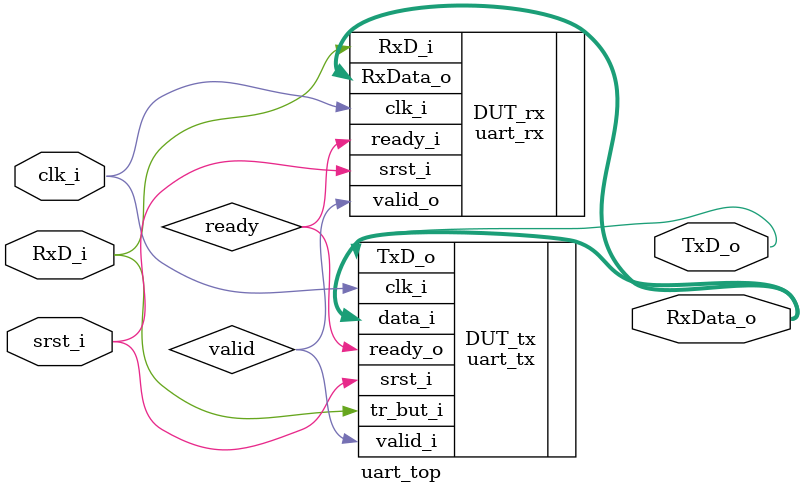
<source format=sv>
module uart_top(
  input   logic       clk_i,
  input   logic       srst_i,         

  //Transmitter
  //input   logic [7:0] data_i,        
  //input   logic       transmit_i,     

  output  logic       TxD_o,


  //Receiver
  input   logic       RxD_i,

  output  logic [7:0] RxData_o
);

  logic valid, ready;
    

  //Receiver(keyboard) -  without Deboune_signals  - Transmitter - Receiver (Terminal) 

  uart_rx DUT_rx
  (
    .clk_i          ( clk_i         ),
    .srst_i         ( srst_i        ),
    .RxD_i          ( RxD_i         ),

    .ready_i        ( ready         ),
    .valid_o        ( valid         ),    

    .RxData_o       ( RxData_o      )       
  );


  uart_tx DUT_tx
  (
    .clk_i          ( clk_i         ),
    .srst_i         ( srst_i        ),
    .tr_but_i       ( RxD_i         ),
    .data_i         ( RxData_o      ),      

    .valid_i        ( valid         ),
    .ready_o        ( ready         ),

    .TxD_o          ( TxD_o         )       
  );





  //logic transmit_out;

 //Receiver - Transmitter 

   //Transmitter
 
/*
  Deboune_signals DB
  (
    .clk_i        ( clk_i         ),
    .btn_i        ( transmit_i    ),
    
    .tr_signal_o  ( transmit_out  )
  );


  Transmitter TR
  (
    .clk_i        ( clk_i         ),
    .srst_i       ( srst_i        ),
    .tr_but_i     ( transmit_out  ),
    .data_i       ( data_i        ),
    
    .TxD_o        ( TxD_o         )
  );



  //Receiver
  
  Receiver RC
  (
    .clk_i        ( clk_i         ),
    .srst_i       ( srst_i        ),
    .RxD_i        ( RxD_i         ),

    .RxData_o     ( RxData_o      )

  );
*/





 //Receiver(keyboard) - with Deboune_signals - Transmitter - Receiver (Terminal) 

/*
  uart_rx RC_w_T
  (
    .clk_i          ( clk_i         ),
    .srst_i         ( srst_i        ),
    .RxD_i          ( RxD_i         ),     1    

    .RxData_o       ( RxData_o      )      8
  );


    Deboune_signals DB_w_T
  (
    .clk_i          ( clk_i         ),
    .btn_i          ( RxD_i         ),   1
    
    .tr_signal_o    ( transmit_out  )    1  
  );


  uart_tx TR_w_T
  (
    .clk_i          ( clk_i         ),
    .srst_i         ( srst_i        ),
    .tr_but_i       ( transmit_out  ),
    .data_i         ( RxData_o      ),   8

    .TxD_o          ( TxD_o         )    1
  );
*/


endmodule

   //frequency = oversempling rate  bod rate
   //TxD_o, RxD_i- 1 - off, 0 = on
</source>
